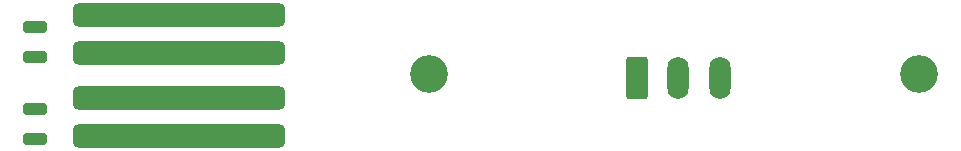
<source format=gbr>
%TF.GenerationSoftware,KiCad,Pcbnew,8.0.5*%
%TF.CreationDate,2025-02-11T15:16:58+01:00*%
%TF.ProjectId,keerlusRelais,6b656572-6c75-4735-9265-6c6169732e6b,rev?*%
%TF.SameCoordinates,Original*%
%TF.FileFunction,Soldermask,Bot*%
%TF.FilePolarity,Negative*%
%FSLAX46Y46*%
G04 Gerber Fmt 4.6, Leading zero omitted, Abs format (unit mm)*
G04 Created by KiCad (PCBNEW 8.0.5) date 2025-02-11 15:16:58*
%MOMM*%
%LPD*%
G01*
G04 APERTURE LIST*
G04 Aperture macros list*
%AMRoundRect*
0 Rectangle with rounded corners*
0 $1 Rounding radius*
0 $2 $3 $4 $5 $6 $7 $8 $9 X,Y pos of 4 corners*
0 Add a 4 corners polygon primitive as box body*
4,1,4,$2,$3,$4,$5,$6,$7,$8,$9,$2,$3,0*
0 Add four circle primitives for the rounded corners*
1,1,$1+$1,$2,$3*
1,1,$1+$1,$4,$5*
1,1,$1+$1,$6,$7*
1,1,$1+$1,$8,$9*
0 Add four rect primitives between the rounded corners*
20,1,$1+$1,$2,$3,$4,$5,0*
20,1,$1+$1,$4,$5,$6,$7,0*
20,1,$1+$1,$6,$7,$8,$9,0*
20,1,$1+$1,$8,$9,$2,$3,0*%
G04 Aperture macros list end*
%ADD10RoundRect,0.250000X0.750000X-0.250000X0.750000X0.250000X-0.750000X0.250000X-0.750000X-0.250000X0*%
%ADD11RoundRect,0.500000X8.500000X-0.500000X8.500000X0.500000X-8.500000X0.500000X-8.500000X-0.500000X0*%
%ADD12O,1.800000X3.600000*%
%ADD13RoundRect,0.250000X-0.650000X-1.550000X0.650000X-1.550000X0.650000X1.550000X-0.650000X1.550000X0*%
%ADD14C,3.200000*%
G04 APERTURE END LIST*
D10*
%TO.C,U1*%
X80700000Y-132670000D03*
D11*
X92914000Y-132355000D03*
D10*
X80700000Y-130130000D03*
D11*
X92914000Y-129180000D03*
%TD*%
D10*
%TO.C,J6*%
X80700000Y-139670000D03*
D11*
X92914000Y-139355000D03*
D10*
X80700000Y-137130000D03*
D11*
X92914000Y-136180000D03*
%TD*%
D12*
%TO.C,J1*%
X138699000Y-134493000D03*
X135199000Y-134493000D03*
D13*
X131699000Y-134493000D03*
%TD*%
D14*
%TO.C,REF\u002A\u002A*%
X114046000Y-134112000D03*
%TD*%
%TO.C,REF\u002A\u002A*%
X155575000Y-134112000D03*
%TD*%
M02*

</source>
